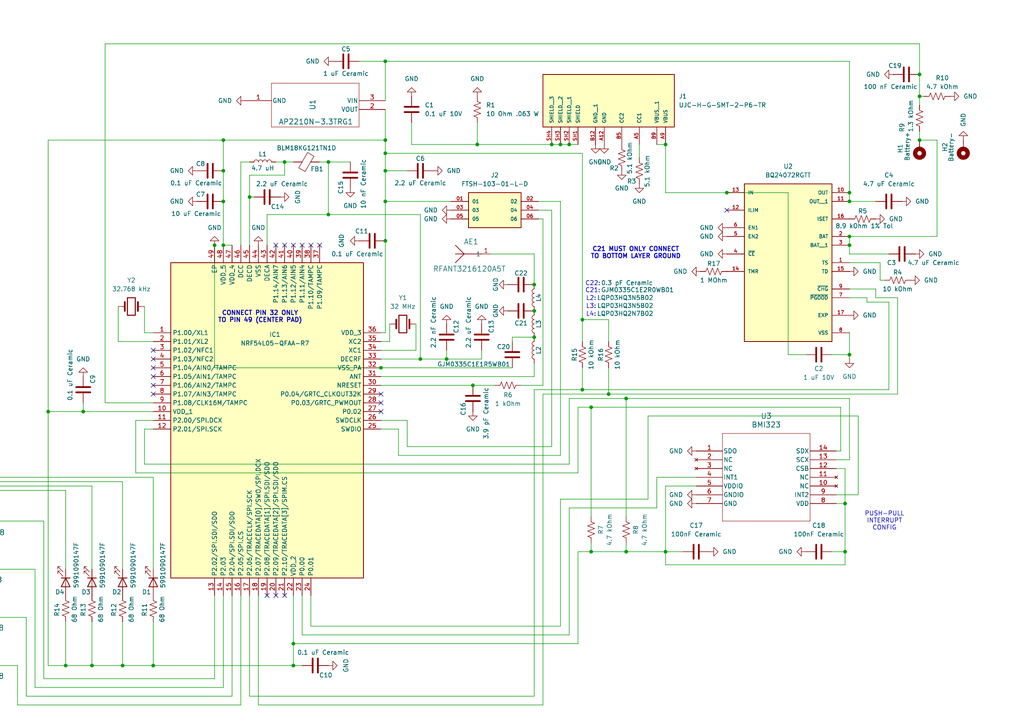
<source format=kicad_sch>
(kicad_sch (version 20250114) (generator "eeschema") (generator_version "9.0")
  (paper "A4")
  (text "C21:" (at 171.958 84.328 0) (effects (font (size 1.27 1.27))))
  (text "CONNECT PIN 32 ONLY\nTO PIN 49 (CENTER PAD)" (at 75.438 91.948 0) (effects (font (size 1.27 1.27) (thickness 0.254) (bold yes))))
  (text "L3:" (at 171.45 88.9 0) (effects (font (size 1.27 1.27))))
  (text "C21 MUST ONLY CONNECT\nTO BOTTOM LAYER GROUND" (at 184.404 73.406 0) (effects (font (size 1.27 1.27) (thickness 0.254) (bold yes))))
  (text "L4:" (at 171.45 91.186 0) (effects (font (size 1.27 1.27))))
  (text "C22:" (at 171.958 82.296 0) (effects (font (size 1.27 1.27))))
  (text "L2:" (at 171.45 86.614 0) (effects (font (size 1.27 1.27))))
  (text "PUSH-PULL\nINTERRUPT\nCONFIG" (at 256.54 151.13 0) (effects (font (size 1.27 1.27))))
  (junction (at 62.23 71.12))
  (junction (at 245.11 146.05))
  (junction (at 121.92 104.14))
  (junction (at 24.13 119.38))
  (junction (at 111.76 17.78))
  (junction (at 129.54 104.14))
  (junction (at 168.91 113.03))
  (junction (at 64.77 58.42))
  (junction (at 154.94 90.17))
  (junction (at 95.25 46.99))
  (junction (at 176.53 114.3))
  (junction (at 168.91 92.71))
  (junction (at 137.16 111.76))
  (junction (at 246.38 68.58))
  (junction (at 82.55 46.99))
  (junction (at 154.94 82.55))
  (junction (at 162.56 41.91))
  (junction (at 111.76 49.53))
  (junction (at 110.49 106.68))
  (junction (at 111.76 40.64))
  (junction (at 85.09 186.69))
  (junction (at 193.04 160.02))
  (junction (at 171.45 160.02))
  (junction (at 138.43 41.91))
  (junction (at 181.61 160.02))
  (junction (at 246.38 102.87))
  (junction (at 160.02 41.91))
  (junction (at 44.45 193.04))
  (junction (at 35.56 193.04))
  (junction (at 246.38 58.42))
  (junction (at 95.25 62.23))
  (junction (at 266.7 40.64))
  (junction (at 111.76 69.85))
  (junction (at 111.76 44.45))
  (junction (at 13.97 119.38))
  (junction (at 26.67 193.04))
  (junction (at 266.7 27.94))
  (junction (at 165.1 41.91))
  (junction (at 64.77 71.12))
  (junction (at 246.38 55.88))
  (junction (at 72.39 57.15))
  (junction (at 154.94 97.79))
  (junction (at 266.7 21.59))
  (junction (at 246.38 71.12))
  (junction (at 210.82 55.88))
  (junction (at 193.04 41.91))
  (junction (at 85.09 193.04))
  (junction (at 245.11 160.02))
  (junction (at 181.61 115.57))
  (junction (at 64.77 40.64))
  (junction (at 19.05 193.04))
  (junction (at 64.77 49.53))
  (junction (at 111.76 58.42))
  (junction (at 171.45 118.11))
  (no_connect (at 82.55 71.12))
  (no_connect (at 82.55 172.72))
  (no_connect (at 44.45 109.22))
  (no_connect (at 110.49 114.3))
  (no_connect (at 44.45 104.14))
  (no_connect (at 90.17 71.12))
  (no_connect (at 44.45 111.76))
  (no_connect (at 77.47 172.72))
  (no_connect (at 44.45 114.3))
  (no_connect (at 92.71 71.12))
  (no_connect (at 80.01 172.72))
  (no_connect (at 110.49 119.38))
  (no_connect (at 87.63 71.12))
  (no_connect (at 210.82 60.96))
  (no_connect (at 110.49 116.84))
  (no_connect (at 44.45 101.6))
  (no_connect (at 85.09 71.12))
  (no_connect (at 80.01 71.12))
  (no_connect (at 44.45 106.68))
  (wire (pts (xy 245.11 163.83) (xy 245.11 160.02)))
  (wire (pts (xy 10.16 199.39) (xy 64.77 199.39)))
  (wire (pts (xy 67.31 172.72) (xy 67.31 201.93)))
  (wire (pts (xy 111.76 58.42) (xy 111.76 69.85)))
  (wire (pts (xy 104.14 17.78) (xy 111.76 17.78)))
  (wire (pts (xy 246.38 55.88) (xy 246.38 58.42)))
  (wire (pts (xy 129.54 104.14) (xy 139.7 104.14)))
  (wire (pts (xy 137.16 111.76) (xy 143.51 111.76)))
  (wire (pts (xy 19.05 193.04) (xy 26.67 193.04)))
  (wire (pts (xy 167.64 137.16) (xy 39.37 137.16)))
  (wire (pts (xy 171.45 160.02) (xy 167.64 160.02)))
  (wire (pts (xy 87.63 184.15) (xy 87.63 172.72)))
  (wire (pts (xy 251.46 86.36) (xy 246.38 86.36)))
  (wire (pts (xy 165.1 134.62) (xy 165.1 115.57)))
  (wire (pts (xy 165.1 41.91) (xy 167.64 41.91)))
  (wire (pts (xy 74.93 204.47) (xy 74.93 172.72)))
  (wire (pts (xy 129.54 104.14) (xy 129.54 101.6)))
  (wire (pts (xy 26.67 180.34) (xy 26.67 193.04)))
  (wire (pts (xy 119.38 35.56) (xy 119.38 41.91)))
  (wire (pts (xy -52.07 139.7) (xy 35.56 139.7)))
  (wire (pts (xy 119.38 41.91) (xy 138.43 41.91)))
  (wire (pts (xy 111.76 58.42) (xy 130.81 58.42)))
  (wire (pts (xy 82.55 46.99) (xy 82.55 50.8)))
  (wire (pts (xy 266.7 21.59) (xy 266.7 12.7)))
  (wire (pts (xy 246.38 71.12) (xy 246.38 73.66)))
  (wire (pts (xy 157.48 111.76) (xy 157.48 63.5)))
  (wire (pts (xy 248.92 143.51) (xy 242.57 143.51)))
  (wire (pts (xy 67.31 201.93) (xy 7.62 201.93)))
  (wire (pts (xy 160.02 41.91) (xy 162.56 41.91)))
  (wire (pts (xy 246.38 133.35) (xy 242.57 133.35)))
  (wire (pts (xy -57.15 193.04) (xy -41.91 193.04)))
  (wire (pts (xy 255.27 81.28) (xy 256.54 81.28)))
  (wire (pts (xy 13.97 40.64) (xy 13.97 119.38)))
  (wire (pts (xy 64.77 40.64) (xy 111.76 40.64)))
  (wire (pts (xy 12.7 196.85) (xy 12.7 151.13)))
  (wire (pts (xy 44.45 116.84) (xy 30.48 116.84)))
  (wire (pts (xy 254 83.82) (xy 254 86.36)))
  (wire (pts (xy 120.65 101.6) (xy 120.65 93.98)))
  (wire (pts (xy 41.91 124.46) (xy 41.91 134.62)))
  (wire (pts (xy 10.16 165.1) (xy 10.16 199.39)))
  (wire (pts (xy 154.94 113.03) (xy 168.91 113.03)))
  (wire (pts (xy -49.53 138.43) (xy -49.53 151.13)))
  (wire (pts (xy 245.11 160.02) (xy 241.3 160.02)))
  (wire (pts (xy 190.5 138.43) (xy 190.5 147.32)))
  (wire (pts (xy 72.39 57.15) (xy 73.66 57.15)))
  (wire (pts (xy 39.37 137.16) (xy 39.37 121.92)))
  (wire (pts (xy 254 86.36) (xy 260.35 86.36)))
  (wire (pts (xy 62.23 172.72) (xy 62.23 196.85)))
  (wire (pts (xy 19.05 165.1) (xy 19.05 142.24)))
  (wire (pts (xy 121.92 104.14) (xy 129.54 104.14)))
  (wire (pts (xy -54.61 179.07) (xy -41.91 179.07)))
  (wire (pts (xy 41.91 134.62) (xy 165.1 134.62)))
  (wire (pts (xy 157.48 114.3) (xy 157.48 204.47)))
  (wire (pts (xy 138.43 41.91) (xy 138.43 35.56)))
  (wire (pts (xy 246.38 17.78) (xy 111.76 17.78)))
  (wire (pts (xy 13.97 119.38) (xy 24.13 119.38)))
  (wire (pts (xy 171.45 157.48) (xy 171.45 160.02)))
  (wire (pts (xy 245.11 135.89) (xy 242.57 135.89)))
  (wire (pts (xy 62.23 106.68) (xy 62.23 71.12)))
  (wire (pts (xy 111.76 40.64) (xy 111.76 44.45)))
  (wire (pts (xy 115.57 124.46) (xy 110.49 124.46)))
  (wire (pts (xy 168.91 113.03) (xy 257.81 113.03)))
  (wire (pts (xy 162.56 41.91) (xy 165.1 41.91)))
  (wire (pts (xy 246.38 115.57) (xy 246.38 133.35)))
  (wire (pts (xy 82.55 46.99) (xy 85.09 46.99)))
  (wire (pts (xy 77.47 62.23) (xy 95.25 62.23)))
  (wire (pts (xy 80.01 46.99) (xy 82.55 46.99)))
  (wire (pts (xy -41.91 165.1) (xy -52.07 165.1)))
  (wire (pts (xy 110.49 99.06) (xy 113.03 99.06)))
  (wire (pts (xy 110.49 106.68) (xy 148.59 106.68)))
  (wire (pts (xy 162.56 132.08) (xy 115.57 132.08)))
  (wire (pts (xy 248.92 120.65) (xy 248.92 143.51)))
  (wire (pts (xy 168.91 92.71) (xy 168.91 44.45)))
  (wire (pts (xy 156.21 58.42) (xy 162.56 58.42)))
  (wire (pts (xy 185.42 41.91) (xy 185.42 45.72)))
  (wire (pts (xy 246.38 73.66) (xy 257.81 73.66)))
  (wire (pts (xy 111.76 49.53) (xy 118.11 49.53)))
  (wire (pts (xy 35.56 193.04) (xy 44.45 193.04)))
  (wire (pts (xy 148.59 97.79) (xy 154.94 97.79)))
  (wire (pts (xy 190.5 147.32) (xy 165.1 147.32)))
  (wire (pts (xy 34.29 88.9) (xy 34.29 99.06)))
  (wire (pts (xy 257.81 87.63) (xy 251.46 87.63)))
  (wire (pts (xy 44.45 180.34) (xy 44.45 193.04)))
  (wire (pts (xy 24.13 119.38) (xy 44.45 119.38)))
  (wire (pts (xy 110.49 111.76) (xy 137.16 111.76)))
  (wire (pts (xy 154.94 109.22) (xy 154.94 105.41)))
  (wire (pts (xy 95.25 46.99) (xy 101.6 46.99)))
  (wire (pts (xy 62.23 196.85) (xy 12.7 196.85)))
  (wire (pts (xy 118.11 121.92) (xy 118.11 129.54)))
  (wire (pts (xy 121.92 62.23) (xy 121.92 104.14)))
  (wire (pts (xy 168.91 92.71) (xy 168.91 99.06)))
  (wire (pts (xy 210.82 55.88) (xy 193.04 55.88)))
  (wire (pts (xy 242.57 130.81) (xy 243.84 130.81)))
  (wire (pts (xy 242.57 146.05) (xy 245.11 146.05)))
  (wire (pts (xy 193.04 160.02) (xy 181.61 160.02)))
  (wire (pts (xy 243.84 130.81) (xy 243.84 118.11)))
  (wire (pts (xy -57.15 142.24) (xy -57.15 193.04)))
  (wire (pts (xy 201.93 138.43) (xy 190.5 138.43)))
  (wire (pts (xy 187.96 120.65) (xy 248.92 120.65)))
  (wire (pts (xy 181.61 115.57) (xy 246.38 115.57)))
  (wire (pts (xy 255.27 76.2) (xy 255.27 81.28)))
  (wire (pts (xy 193.04 55.88) (xy 193.04 41.91)))
  (wire (pts (xy 246.38 76.2) (xy 255.27 76.2)))
  (wire (pts (xy 246.38 83.82) (xy 254 83.82)))
  (wire (pts (xy -49.53 151.13) (xy -41.91 151.13)))
  (wire (pts (xy 228.6 55.88) (xy 210.82 55.88)))
  (wire (pts (xy 168.91 106.68) (xy 168.91 113.03)))
  (wire (pts (xy 260.35 86.36) (xy 260.35 114.3)))
  (wire (pts (xy 72.39 50.8) (xy 82.55 50.8)))
  (wire (pts (xy 74.93 204.47) (xy 157.48 204.47)))
  (wire (pts (xy 228.6 55.88) (xy 228.6 102.87)))
  (wire (pts (xy 201.93 140.97) (xy 193.04 140.97)))
  (wire (pts (xy 110.49 121.92) (xy 118.11 121.92)))
  (wire (pts (xy 90.17 172.72) (xy 90.17 181.61)))
  (wire (pts (xy 7.62 201.93) (xy 7.62 179.07)))
  (wire (pts (xy 26.67 165.1) (xy 26.67 140.97)))
  (wire (pts (xy 7.62 179.07) (xy -1.27 179.07)))
  (wire (pts (xy 111.76 49.53) (xy 111.76 58.42)))
  (wire (pts (xy 69.85 204.47) (xy 69.85 172.72)))
  (wire (pts (xy 160.02 129.54) (xy 160.02 60.96)))
  (wire (pts (xy 92.71 46.99) (xy 95.25 46.99)))
  (wire (pts (xy 266.7 12.7) (xy 30.48 12.7)))
  (wire (pts (xy 111.76 96.52) (xy 110.49 96.52)))
  (wire (pts (xy 115.57 132.08) (xy 115.57 124.46)))
  (wire (pts (xy 85.09 193.04) (xy 85.09 186.69)))
  (wire (pts (xy 34.29 99.06) (xy 44.45 99.06)))
  (wire (pts (xy 165.1 147.32) (xy 165.1 184.15)))
  (wire (pts (xy 87.63 193.04) (xy 85.09 193.04)))
  (wire (pts (xy 157.48 114.3) (xy 176.53 114.3)))
  (wire (pts (xy 111.76 17.78) (xy 111.76 29.21)))
  (wire (pts (xy -54.61 140.97) (xy -54.61 179.07)))
  (wire (pts (xy 167.64 186.69) (xy 85.09 186.69)))
  (wire (pts (xy 26.67 140.97) (xy -54.61 140.97)))
  (wire (pts (xy 168.91 92.71) (xy 176.53 92.71)))
  (wire (pts (xy 266.7 38.1) (xy 266.7 40.64)))
  (wire (pts (xy 111.76 69.85) (xy 111.76 96.52)))
  (wire (pts (xy 95.25 46.99) (xy 95.25 62.23)))
  (wire (pts (xy 176.53 114.3) (xy 260.35 114.3)))
  (wire (pts (xy 95.25 62.23) (xy 121.92 62.23)))
  (wire (pts (xy 118.11 129.54) (xy 160.02 129.54)))
  (wire (pts (xy 35.56 139.7) (xy 35.56 165.1)))
  (wire (pts (xy 162.56 181.61) (xy 162.56 144.78)))
  (wire (pts (xy 44.45 165.1) (xy 44.45 138.43)))
  (wire (pts (xy 26.67 193.04) (xy 35.56 193.04)))
  (wire (pts (xy 266.7 27.94) (xy 267.97 27.94)))
  (wire (pts (xy 165.1 184.15) (xy 87.63 184.15)))
  (wire (pts (xy 162.56 58.42) (xy 162.56 132.08)))
  (wire (pts (xy 228.6 102.87) (xy 233.68 102.87)))
  (wire (pts (xy 243.84 118.11) (xy 171.45 118.11)))
  (wire (pts (xy 44.45 124.46) (xy 41.91 124.46)))
  (wire (pts (xy 181.61 115.57) (xy 181.61 149.86)))
  (wire (pts (xy 69.85 46.99) (xy 69.85 71.12)))
  (wire (pts (xy 246.38 58.42) (xy 254 58.42)))
  (wire (pts (xy 266.7 40.64) (xy 271.78 40.64)))
  (wire (pts (xy 246.38 96.52) (xy 246.38 102.87)))
  (wire (pts (xy 251.46 87.63) (xy 251.46 86.36)))
  (wire (pts (xy 176.53 106.68) (xy 176.53 114.3)))
  (wire (pts (xy 246.38 68.58) (xy 271.78 68.58)))
  (wire (pts (xy 139.7 104.14) (xy 139.7 101.6)))
  (wire (pts (xy 181.61 160.02) (xy 171.45 160.02)))
  (wire (pts (xy 44.45 96.52) (xy 41.91 96.52)))
  (wire (pts (xy 85.09 186.69) (xy 85.09 172.72)))
  (wire (pts (xy 168.91 44.45) (xy 111.76 44.45)))
  (wire (pts (xy 64.77 40.64) (xy 13.97 40.64)))
  (wire (pts (xy 266.7 27.94) (xy 266.7 30.48)))
  (wire (pts (xy -1.27 193.04) (xy 5.08 193.04)))
  (wire (pts (xy 148.59 99.06) (xy 148.59 97.79)))
  (wire (pts (xy 171.45 118.11) (xy 171.45 149.86)))
  (wire (pts (xy 5.08 204.47) (xy 69.85 204.47)))
  (wire (pts (xy 187.96 144.78) (xy 187.96 120.65)))
  (wire (pts (xy 193.04 140.97) (xy 193.04 160.02)))
  (wire (pts (xy 72.39 172.72) (xy 72.39 201.93)))
  (wire (pts (xy 110.49 109.22) (xy 154.94 109.22)))
  (wire (pts (xy 111.76 44.45) (xy 111.76 49.53)))
  (wire (pts (xy 167.64 160.02) (xy 167.64 186.69)))
  (wire (pts (xy 171.45 118.11) (xy 167.64 118.11)))
  (wire (pts (xy 64.77 58.42) (xy 64.77 71.12)))
  (wire (pts (xy 5.08 193.04) (xy 5.08 204.47)))
  (wire (pts (xy 246.38 55.88) (xy 246.38 17.78)))
  (wire (pts (xy 111.76 31.75) (xy 111.76 40.64)))
  (wire (pts (xy 151.13 111.76) (xy 157.48 111.76)))
  (wire (pts (xy 64.77 58.42) (xy 64.77 49.53)))
  (wire (pts (xy 19.05 142.24) (xy -57.15 142.24)))
  (wire (pts (xy 193.04 160.02) (xy 198.12 160.02)))
  (wire (pts (xy 142.24 73.66) (xy 154.94 73.66)))
  (wire (pts (xy 167.64 118.11) (xy 167.64 137.16)))
  (wire (pts (xy 110.49 101.6) (xy 120.65 101.6)))
  (wire (pts (xy 193.04 163.83) (xy 245.11 163.83)))
  (wire (pts (xy 154.94 73.66) (xy 154.94 82.55)))
  (wire (pts (xy 154.94 201.93) (xy 154.94 113.03)))
  (wire (pts (xy 246.38 102.87) (xy 241.3 102.87)))
  (wire (pts (xy 13.97 193.04) (xy 19.05 193.04)))
  (wire (pts (xy 193.04 160.02) (xy 193.04 163.83)))
  (wire (pts (xy 246.38 68.58) (xy 246.38 71.12)))
  (wire (pts (xy 64.77 71.12) (xy 67.31 71.12)))
  (wire (pts (xy 39.37 121.92) (xy 44.45 121.92)))
  (wire (pts (xy 181.61 157.48) (xy 181.61 160.02)))
  (wire (pts (xy -52.07 165.1) (xy -52.07 139.7)))
  (wire (pts (xy 138.43 41.91) (xy 160.02 41.91)))
  (wire (pts (xy 44.45 193.04) (xy 85.09 193.04)))
  (wire (pts (xy 64.77 40.64) (xy 64.77 49.53)))
  (wire (pts (xy 113.03 99.06) (xy 113.03 93.98)))
  (wire (pts (xy 266.7 21.59) (xy 266.7 27.94)))
  (wire (pts (xy 12.7 151.13) (xy -1.27 151.13)))
  (wire (pts (xy 41.91 96.52) (xy 41.91 88.9)))
  (wire (pts (xy 72.39 57.15) (xy 72.39 50.8)))
  (wire (pts (xy 271.78 68.58) (xy 271.78 40.64)))
  (wire (pts (xy 24.13 116.84) (xy 24.13 119.38)))
  (wire (pts (xy 257.81 113.03) (xy 257.81 87.63)))
  (wire (pts (xy 44.45 138.43) (xy -49.53 138.43)))
  (wire (pts (xy 245.11 146.05) (xy 245.11 160.02)))
  (wire (pts (xy 30.48 12.7) (xy 30.48 116.84)))
  (wire (pts (xy 156.21 63.5) (xy 157.48 63.5)))
  (wire (pts (xy 110.49 106.68) (xy 62.23 106.68)))
  (wire (pts (xy 162.56 144.78) (xy 187.96 144.78)))
  (wire (pts (xy -1.27 165.1) (xy 10.16 165.1)))
  (wire (pts (xy 165.1 115.57) (xy 181.61 115.57)))
  (wire (pts (xy 90.17 181.61) (xy 162.56 181.61)))
  (wire (pts (xy 176.53 92.71) (xy 176.53 99.06)))
  (wire (pts (xy 72.39 57.15) (xy 72.39 71.12)))
  (wire (pts (xy 77.47 62.23) (xy 77.47 71.12)))
  (wire (pts (xy 72.39 201.93) (xy 154.94 201.93)))
  (wire (pts (xy 64.77 172.72) (xy 64.77 199.39)))
  (wire (pts (xy 156.21 60.96) (xy 160.02 60.96)))
  (wire (pts (xy 245.11 146.05) (xy 245.11 135.89)))
  (wire (pts (xy 246.38 104.14) (xy 246.38 102.87)))
  (wire (pts (xy 13.97 119.38) (xy 13.97 193.04)))
  (wire (pts (xy 35.56 180.34) (xy 35.56 193.04)))
  (wire (pts (xy 72.39 46.99) (xy 69.85 46.99)))
  (wire (pts (xy 190.5 41.91) (xy 193.04 41.91)))
  (wire (pts (xy 19.05 180.34) (xy 19.05 193.04)))
  (wire (pts (xy 110.49 104.14) (xy 121.92 104.14)))
  (symbol (lib_id "Device:Crystal") (at 38.1 88.9 0) (unit 1)
    (property "Reference" "Y2" (at 38.1 81.28 0))
    (property "Value" "32.768 kHz" (at 38.1 83.82 0))
    (property "Footprint" "footprints:Q 0,032768-JTX210-7-20-T1-HMR-70K-LF" (effects (hide yes)))
    (property "Description" "Two pin crystal" (effects (hide yes)))
  )
  (symbol (lib_id "Device:C") (at 119.38 31.75 0) (unit 1)
    (property "Reference" "C1" (at 123.19 30.4799 0) (effects (justify left)))
    (property "Value" "0.1 uF 10V" (at 123.19 33.0199 0) (effects (justify left)))
    (property "Footprint" "Capacitor_SMD:C_0603_1608Metric" (effects (hide yes)))
    (property "Description" "Unpolarized capacitor" (effects (hide yes)))
  )
  (symbol (lib_id "Device:C") (at 237.49 102.87 90) (unit 1)
    (property "Reference" "C2" (at 237.49 106.934 90))
    (property "Value" "1 uF 10V" (at 237.49 109.474 90))
    (property "Footprint" "Capacitor_SMD:C_0603_1608Metric" (effects (hide yes)))
    (property "Description" "Unpolarized capacitor" (effects (hide yes)))
  )
  (symbol (lib_id "power:GND") (at 180.34 49.53 0) (unit 1)
    (property "Reference" "#PWR06" (effects (hide yes)))
    (property "Value" "GND" (at 180.34 54.61 0))
    (property "Description" "Power symbol creates a global label with name \"GND\" , ground" (effects (hide yes)))
  )
  (symbol (lib_id "Device:C") (at 77.47 57.15 270) (unit 1)
    (property "Reference" "C14" (at 80.518 59.944 90))
    (property "Value" "2.2 uF Ceramic" (at 81.788 53.34 90))
    (property "Footprint" "Capacitor_SMD:C_0603_1608Metric" (effects (hide yes)))
    (property "Description" "Unpolarized capacitor" (effects (hide yes)))
  )
  (symbol (lib_id "power:GND") (at 81.28 57.15 90) (unit 1)
    (property "Reference" "#PWR030" (effects (hide yes)))
    (property "Value" "GND" (at 86.36 57.15 0))
    (property "Description" "Power symbol creates a global label with name \"GND\" , ground" (effects (hide yes)))
  )
  (symbol (lib_id "Device:R_US") (at 19.05 176.53 0) (unit 1)
    (property "Reference" "R14" (at 16.51 178.816 90) (effects (justify left)))
    (property "Value" "68 Ohm" (at 21.59 180.594 90) (effects (justify left)))
    (property "Footprint" "Resistor_SMD:R_0603_1608Metric" (effects (hide yes)))
    (property "Description" "Resistor, US symbol" (effects (hide yes)))
  )
  (symbol (lib_id "power:GND") (at 57.15 58.42 270) (unit 1)
    (property "Reference" "#PWR024" (effects (hide yes)))
    (property "Value" "GND" (at 53.34 58.4199 90) (effects (justify right)))
    (property "Description" "Power symbol creates a global label with name \"GND\" , ground" (effects (hide yes)))
  )
  (symbol (lib_id "power:GND") (at 275.59 27.94 90) (unit 1)
    (property "Reference" "#PWR040" (effects (hide yes)))
    (property "Value" "GND" (at 279.4 27.9399 90) (effects (justify right)))
    (property "Description" "Power symbol creates a global label with name \"GND\" , ground" (effects (hide yes)))
  )
  (symbol (lib_id "Device:LED") (at 35.56 168.91 270) (unit 1)
    (property "Reference" "D2" (at 32.512 171.704 90) (effects (justify left)))
    (property "Value" "5991090147F" (at 38.608 157.226 0) (effects (justify left)))
    (property "Footprint" "LED_SMD:LED_0603_1608Metric" (effects (hide yes)))
    (property "Description" "Light emitting diode" (effects (hide yes)))
    (property "Sim.Pins" "1=K 2=A" (effects (hide yes)))
  )
  (symbol (lib_id "power:GND") (at 210.82 73.66 270) (unit 1)
    (property "Reference" "#PWR09" (effects (hide yes)))
    (property "Value" "GND" (at 207.01 73.6599 90) (effects (justify right)))
    (property "Description" "Power symbol creates a global label with name \"GND\" , ground" (effects (hide yes)))
  )
  (symbol (lib_id "Device:R_US") (at 26.67 176.53 0) (unit 1)
    (property "Reference" "R13" (at 24.13 178.816 90) (effects (justify left)))
    (property "Value" "68 Ohm" (at 29.21 180.594 90) (effects (justify left)))
    (property "Footprint" "Resistor_SMD:R_0603_1608Metric" (effects (hide yes)))
    (property "Description" "Resistor, US symbol" (effects (hide yes)))
  )
  (symbol (lib_id "Device:LED") (at 26.67 168.91 270) (unit 1)
    (property "Reference" "D3" (at 23.622 171.704 90) (effects (justify left)))
    (property "Value" "5991090147F" (at 29.718 157.226 0) (effects (justify left)))
    (property "Footprint" "LED_SMD:LED_0603_1608Metric" (effects (hide yes)))
    (property "Description" "Light emitting diode" (effects (hide yes)))
    (property "Sim.Pins" "1=K 2=A" (effects (hide yes)))
  )
  (symbol (lib_id "power:GND") (at 130.81 63.5 270) (unit 1)
    (property "Reference" "#PWR034" (effects (hide yes)))
    (property "Value" "GND" (at 127 63.4999 90) (effects (justify right)))
    (property "Description" "Power symbol creates a global label with name \"GND\" , ground" (effects (hide yes)))
  )
  (symbol (lib_id "Device:C") (at 101.6 50.8 180) (unit 1)
    (property "Reference" "C15" (at 98.806 54.356 90))
    (property "Value" "10 nF Ceramic" (at 105.41 53.34 90))
    (property "Footprint" "Capacitor_SMD:C_0603_1608Metric" (effects (hide yes)))
    (property "Description" "Unpolarized capacitor" (effects (hide yes)))
  )
  (symbol (lib_id "Device:C") (at 24.13 113.03 0) (unit 1)
    (property "Reference" "C9" (at 26.924 109.982 90))
    (property "Value" "0.1 uF Ceramic" (at 20.32 108.712 90))
    (property "Footprint" "Capacitor_SMD:C_0603_1608Metric" (effects (hide yes)))
    (property "Description" "Unpolarized capacitor" (effects (hide yes)))
  )
  (symbol (lib_id "BQ24072RGTT:BQ24072RGTT") (at 228.6 73.66 0) (unit 1)
    (property "Reference" "U2" (at 228.6 48.26 0))
    (property "Value" "BQ24072RGTT" (at 228.6 50.8 0))
    (property "Footprint" "footprints:BQ24072RGTT" (effects (hide yes)))
    (property "PARTREV" "N" (effects (hide yes)))
    (property "STANDARD" "Manufacturer Recommendations" (effects (hide yes)))
    (property "MAXIMUM_PACKAGE_HEIGHT" "1 mm" (effects (hide yes)))
    (property "MANUFACTURER" "Texas Instruments" (effects (hide yes)))
  )
  (symbol (lib_id "Device:R_US") (at 180.34 45.72 0) (unit 1)
    (property "Reference" "R2" (at 176.784 48.768 0) (effects (justify left)))
    (property "Value" "5.1 kOhm" (at 182.626 50.546 90) (effects (justify left)))
    (property "Footprint" "Resistor_SMD:R_0603_1608Metric" (effects (hide yes)))
    (property "Description" "Resistor, US symbol" (effects (hide yes)))
  )
  (symbol (lib_id "BSS138:BSS138") (at -1.27 151.13 180) (unit 1)
    (property "Reference" "U4" (at -4.064 146.304 0) (effects (font (size 1.524 1.524))))
    (property "Value" "BSS138" (at -3.048 154.432 0) (effects (font (size 1.524 1.524))))
    (property "Footprint" "footprints:BSS138" (effects (hide yes)))
    (property "Datasheet" "BSS138" (effects (hide yes)))
  )
  (symbol (lib_id "Device:C") (at 257.81 58.42 90) (unit 1)
    (property "Reference" "C4" (at 257.81 50.8 90))
    (property "Value" "4.7 uF Ceramic" (at 257.81 53.34 90))
    (property "Footprint" "Capacitor_SMD:C_0603_1608Metric" (effects (hide yes)))
    (property "Description" "Unpolarized capacitor" (effects (hide yes)))
  )
  (symbol (lib_id "power:GND") (at 125.73 49.53 90) (unit 1)
    (property "Reference" "#PWR019" (effects (hide yes)))
    (property "Value" "GND" (at 129.54 49.5299 90) (effects (justify right)))
    (property "Description" "Power symbol creates a global label with name \"GND\" , ground" (effects (hide yes)))
  )
  (symbol (lib_id "Device:R_US") (at 44.45 176.53 0) (unit 1)
    (property "Reference" "R11" (at 41.91 178.816 90) (effects (justify left)))
    (property "Value" "68 Ohm" (at 46.99 180.594 90) (effects (justify left)))
    (property "Footprint" "Resistor_SMD:R_0603_1608Metric" (effects (hide yes)))
    (property "Description" "Resistor, US symbol" (effects (hide yes)))
  )
  (symbol (lib_id "power:GND") (at -41.91 176.53 270) (unit 1)
    (property "Reference" "#PWR042" (effects (hide yes)))
    (property "Value" "GND" (at -44.45 176.5299 90) (effects (justify right)))
    (property "Description" "Power symbol creates a global label with name \"GND\" , ground" (effects (hide yes)))
  )
  (symbol (lib_id "Device:R_US") (at 260.35 81.28 90) (unit 1)
    (property "Reference" "R4" (at 260.35 78.994 90))
    (property "Value" "10 kOhm" (at 260.35 83.82 90))
    (property "Footprint" "Resistor_SMD:R_0603_1608Metric" (effects (hide yes)))
    (property "Description" "Resistor, US symbol" (effects (hide yes)))
  )
  (symbol (lib_id "Device:C") (at 261.62 73.66 90) (unit 1)
    (property "Reference" "C3" (at 258.572 76.2 90))
    (property "Value" "4.7 uF Ceramic" (at 270.764 76.2 90))
    (property "Footprint" "Capacitor_SMD:C_0603_1608Metric" (effects (hide yes)))
    (property "Description" "Unpolarized capacitor" (effects (hide yes)))
  )
  (symbol (lib_id "power:GND") (at 96.52 17.78 270) (unit 1)
    (property "Reference" "#PWR018" (effects (hide yes)))
    (property "Value" "GND" (at 92.71 17.7799 90) (effects (justify right)))
    (property "Description" "Power symbol creates a global label with name \"GND\" , ground" (effects (hide yes)))
  )
  (symbol (lib_id "Device:C") (at 121.92 49.53 90) (unit 1)
    (property "Reference" "C6" (at 121.92 45.974 90))
    (property "Value" "2.2 uF Ceramic" (at 121.92 53.086 90))
    (property "Footprint" "Capacitor_SMD:C_0603_1608Metric" (effects (hide yes)))
    (property "Description" "Unpolarized capacitor" (effects (hide yes)))
  )
  (symbol (lib_id "power:GND") (at 246.38 78.74 90) (unit 1)
    (property "Reference" "#PWR016" (effects (hide yes)))
    (property "Value" "GND" (at 250.19 78.7399 90) (effects (justify right)))
    (property "Description" "Power symbol creates a global label with name \"GND\" , ground" (effects (hide yes)))
  )
  (symbol (lib_id "Device:R_US") (at 176.53 102.87 180) (unit 1)
    (property "Reference" "R16" (at 174.244 102.87 90))
    (property "Value" "10 kOhm" (at 179.07 102.87 90))
    (property "Footprint" "Resistor_SMD:R_0603_1608Metric" (effects (hide yes)))
    (property "Description" "Resistor, US symbol" (effects (hide yes)))
  )
  (symbol (lib_id "Device:R_US") (at 185.42 49.53 0) (unit 1)
    (property "Reference" "R3" (at 181.864 52.578 0) (effects (justify left)))
    (property "Value" "5.1 kOhm" (at 187.706 54.356 90) (effects (justify left)))
    (property "Footprint" "Resistor_SMD:R_0603_1608Metric" (effects (hide yes)))
    (property "Description" "Resistor, US symbol" (effects (hide yes)))
  )
  (symbol (lib_id "power:GND") (at 261.62 58.42 90) (unit 1)
    (property "Reference" "#PWR013" (effects (hide yes)))
    (property "Value" "GND" (at 265.43 58.4199 90) (effects (justify right)))
    (property "Description" "Power symbol creates a global label with name \"GND\" , ground" (effects (hide yes)))
  )
  (symbol (lib_id "power:GND") (at 264.16 81.28 90) (unit 1)
    (property "Reference" "#PWR015" (effects (hide yes)))
    (property "Value" "GND" (at 267.97 81.2799 90) (effects (justify right)))
    (property "Description" "Power symbol creates a global label with name \"GND\" , ground" (effects (hide yes)))
  )
  (symbol (lib_id "Device:C") (at 262.89 21.59 90) (unit 1)
    (property "Reference" "C19" (at 259.588 19.05 90))
    (property "Value" "100 nF Ceramic" (at 258.318 25.146 90))
    (property "Footprint" "Capacitor_SMD:C_0603_1608Metric" (effects (hide yes)))
    (property "Description" "Unpolarized capacitor" (effects (hide yes)))
  )
  (symbol (lib_id "Mechanical:MountingHole_Pad") (at 266.7 43.18 180) (unit 1) (in_bom no)
    (property "Reference" "H1" (at 261.112 44.45 90) (effects (justify right)))
    (property "Value" "Battery+" (at 263.144 46.736 90) (effects (justify right)))
    (property "Footprint" "Connector_PinHeader_1.27mm:PinHeader_1x01_P1.27mm_Vertical" (effects (hide yes)))
    (property "Description" "Mounting Hole with connection" (effects (hide yes)))
  )
  (symbol (lib_id "power:GND") (at -41.91 190.5 270) (unit 1)
    (property "Reference" "#PWR045" (effects (hide yes)))
    (property "Value" "GND" (at -44.45 190.4999 90) (effects (justify right)))
    (property "Description" "Power symbol creates a global label with name \"GND\" , ground" (effects (hide yes)))
  )
  (symbol (lib_id "BSS138:BSS138") (at -1.27 179.07 180) (unit 1)
    (property "Reference" "U6" (at -4.318 175.006 0) (effects (font (size 1.524 1.524))))
    (property "Value" "BSS138" (at -3.302 182.118 0) (effects (font (size 1.524 1.524))))
    (property "Footprint" "footprints:BSS138" (effects (hide yes)))
    (property "Datasheet" "BSS138" (effects (hide yes)))
  )
  (symbol (lib_id "Device:L") (at 154.94 93.98 180) (unit 1)
    (property "Reference" "L3" (at 156.21 93.98 90))
    (property "Value" "LQP03HQ3N5B02" (at 181.356 88.646 0))
    (property "Footprint" "footprints:LQP03HQ3N5B02D" (effects (hide yes)))
    (property "Description" "Inductor" (effects (hide yes)))
  )
  (symbol (lib_id "power:GND") (at -41.91 148.59 270) (unit 1)
    (property "Reference" "#PWR044" (effects (hide yes)))
    (property "Value" "GND" (at -44.45 148.5899 90) (effects (justify right)))
    (property "Description" "Power symbol creates a global label with name \"GND\" , ground" (effects (hide yes)))
  )
  (symbol (lib_id "power:GND") (at 57.15 49.53 270) (unit 1)
    (property "Reference" "#PWR023" (effects (hide yes)))
    (property "Value" "GND" (at 53.34 49.5299 90) (effects (justify right)))
    (property "Description" "Power symbol creates a global label with name \"GND\" , ground" (effects (hide yes)))
  )
  (symbol (lib_id "Device:R_US") (at 168.91 102.87 180) (unit 1)
    (property "Reference" "R15" (at 166.624 102.87 90))
    (property "Value" "10 kOhm" (at 171.45 102.87 90))
    (property "Footprint" "Resistor_SMD:R_0603_1608Metric" (effects (hide yes)))
    (property "Description" "Resistor, US symbol" (effects (hide yes)))
  )
  (symbol (lib_id "BMI323:BMI323") (at 201.93 130.81 0) (unit 1)
    (property "Reference" "U3" (at 222.25 120.65 0) (effects (font (size 1.524 1.524))))
    (property "Value" "BMI323" (at 222.25 123.19 0) (effects (font (size 1.524 1.524))))
    (property "Footprint" "footprints:BMI323" (effects (hide yes)))
    (property "Datasheet" "BMI323" (effects (hide yes)))
  )
  (symbol (lib_id "power:GND") (at 210.82 66.04 270) (unit 1)
    (property "Reference" "#PWR010" (effects (hide yes)))
    (property "Value" "GND" (at 207.01 66.0399 90) (effects (justify right)))
    (property "Description" "Power symbol creates a global label with name \"GND\" , ground" (effects (hide yes)))
  )
  (symbol (lib_id "Device:R_US") (at 271.78 27.94 90) (unit 1)
    (property "Reference" "R10" (at 273.304 22.606 90))
    (property "Value" "4.7 kOhm" (at 273.304 25.146 90))
    (property "Footprint" "Resistor_SMD:R_0603_1608Metric" (effects (hide yes)))
    (property "Description" "Resistor, US symbol" (effects (hide yes)))
  )
  (symbol (lib_id "Device:FerriteBead") (at 88.9 46.99 90) (unit 1)
    (property "Reference" "FB1" (at 91.948 49.022 90))
    (property "Value" "BLM18KG121TN1D" (at 88.9 42.926 90))
    (property "Footprint" "footprints:BLM18KG121TN1D" (effects (hide yes)))
    (property "Description" "Ferrite bead" (effects (hide yes)))
  )
  (symbol (lib_id "power:GND") (at 246.38 104.14 0) (unit 1)
    (property "Reference" "#PWR011" (effects (hide yes)))
    (property "Value" "GND" (at 246.38 109.22 0))
    (property "Description" "Power symbol creates a global label with name \"GND\" , ground" (effects (hide yes)))
  )
  (symbol (lib_id "Device:R_US") (at 147.32 111.76 90) (unit 1)
    (property "Reference" "R6" (at 147.32 114.554 90))
    (property "Value" "1 kOhm" (at 147.32 117.094 90))
    (property "Footprint" "Resistor_SMD:R_0603_1608Metric" (effects (hide yes)))
    (property "Description" "Resistor, US symbol" (effects (hide yes)))
  )
  (symbol (lib_id "Device:C") (at 129.54 97.79 0) (unit 1)
    (property "Reference" "C12" (at 132.334 94.742 90))
    (property "Value" "2.2 nF Ceramic" (at 125.73 93.472 90))
    (property "Footprint" "Capacitor_SMD:C_0603_1608Metric" (effects (hide yes)))
    (property "Description" "Unpolarized capacitor" (effects (hide yes)))
  )
  (symbol (lib_id "Device:C") (at 60.96 58.42 90) (unit 1)
    (property "Reference" "C7" (at 58.166 56.388 90))
    (property "Value" "10 uF Ceramic" (at 56.896 61.976 90))
    (property "Footprint" "Capacitor_SMD:C_0603_1608Metric" (effects (hide yes)))
    (property "Description" "Unpolarized capacitor" (effects (hide yes)))
  )
  (symbol (lib_id "BSS138:BSS138") (at -1.27 193.04 180) (unit 1)
    (property "Reference" "U7" (at -4.318 188.976 0) (effects (font (size 1.524 1.524))))
    (property "Value" "BSS138" (at -3.302 196.088 0) (effects (font (size 1.524 1.524))))
    (property "Footprint" "footprints:BSS138" (effects (hide yes)))
    (property "Datasheet" "BSS138" (effects (hide yes)))
  )
  (symbol (lib_id "power:GND") (at 74.93 71.12 180) (unit 1)
    (property "Reference" "#PWR021" (effects (hide yes)))
    (property "Value" "GND" (at 74.93 66.04 0))
    (property "Description" "Power symbol creates a global label with name \"GND\" , ground" (effects (hide yes)))
  )
  (symbol (lib_id "power:GND") (at 62.23 71.12 180) (unit 1)
    (property "Reference" "#PWR022" (effects (hide yes)))
    (property "Value" "GND" (at 62.23 66.04 0))
    (property "Description" "Power symbol creates a global label with name \"GND\" , ground" (effects (hide yes)))
  )
  (symbol (lib_id "power:GND") (at 101.6 54.61 0) (unit 1)
    (property "Reference" "#PWR031" (effects (hide yes)))
    (property "Value" "GND" (at 101.6 59.69 0))
    (property "Description" "Power symbol creates a global label with name \"GND\" , ground" (effects (hide yes)))
  )
  (symbol (lib_id "power:GND") (at 201.93 146.05 270) (unit 1)
    (property "Reference" "#PWR035" (effects (hide yes)))
    (property "Value" "GND" (at 198.12 146.0499 90) (effects (justify right)))
    (property "Description" "Power symbol creates a global label with name \"GND\" , ground" (effects (hide yes)))
  )
  (symbol (lib_id "Device:R_US") (at 138.43 31.75 0) (unit 1)
    (property "Reference" "R1" (at 140.97 30.4799 0) (effects (justify left)))
    (property "Value" "10 Ohm .063 W" (at 140.97 33.0199 0) (effects (justify left)))
    (property "Footprint" "Resistor_SMD:R_0603_1608Metric" (effects (hide yes)))
    (property "Description" "Resistor, US symbol" (effects (hide yes)))
  )
  (symbol (lib_id "Device:C") (at 201.93 160.02 90) (unit 1)
    (property "Reference" "C17" (at 201.93 152.4 90))
    (property "Value" "100nF Ceramic" (at 201.93 154.94 90))
    (property "Footprint" "Capacitor_SMD:C_0603_1608Metric" (effects (hide yes)))
    (property "Description" "Unpolarized capacitor" (effects (hide yes)))
  )
  (symbol (lib_id "power:GND") (at 254 63.5 90) (unit 1)
    (property "Reference" "#PWR020" (effects (hide yes)))
    (property "Value" "GND" (at 257.81 63.4999 90) (effects (justify right)))
    (property "Description" "Power symbol creates a global label with name \"GND\" , ground" (effects (hide yes)))
  )
  (symbol (lib_id "BSS138:BSS138") (at -1.27 165.1 180) (unit 1)
    (property "Reference" "U5" (at -4.318 161.29 0) (effects (font (size 1.524 1.524))))
    (property "Value" "BSS138" (at -3.81 168.148 0) (effects (font (size 1.524 1.524))))
    (property "Footprint" "footprints:BSS138" (effects (hide yes)))
    (property "Datasheet" "BSS138" (effects (hide yes)))
  )
  (symbol (lib_id "power:GND") (at 130.81 60.96 270) (unit 1)
    (property "Reference" "#PWR033" (effects (hide yes)))
    (property "Value" "GND" (at 127 60.9599 90) (effects (justify right)))
    (property "Description" "Power symbol creates a global label with name \"GND\" , ground" (effects (hide yes)))
  )
  (symbol (lib_id "Device:R_US") (at 207.01 78.74 90) (unit 1)
    (property "Reference" "R17" (at 207.01 76.454 90))
    (property "Value" "1 MOhm" (at 207.01 81.28 90))
    (property "Footprint" "Resistor_SMD:R_0603_1608Metric" (effects (hide yes)))
    (property "Description" "Resistor, US symbol" (effects (hide yes)))
  )
  (symbol (lib_id "Device:C") (at 60.96 49.53 90) (unit 1)
    (property "Reference" "C8" (at 58.166 47.498 90))
    (property "Value" "0.1 uF Ceramic" (at 56.896 53.086 90))
    (property "Footprint" "Capacitor_SMD:C_0603_1608Metric" (effects (hide yes)))
    (property "Description" "Unpolarized capacitor" (effects (hide yes)))
  )
  (symbol (lib_id "power:GND") (at 104.14 69.85 270) (unit 1)
    (property "Reference" "#PWR027" (effects (hide yes)))
    (property "Value" "GND" (at 99.06 69.85 0))
    (property "Description" "Power symbol creates a global label with name \"GND\" , ground" (effects (hide yes)))
  )
  (symbol (lib_id "Device:C") (at 91.44 193.04 270) (unit 1)
    (property "Reference" "C10" (at 94.488 195.834 90))
    (property "Value" "0.1 uF Ceramic" (at 93.726 189.23 90))
    (property "Footprint" "Capacitor_SMD:C_0603_1608Metric" (effects (hide yes)))
    (property "Description" "Unpolarized capacitor" (effects (hide yes)))
  )
  (symbol (lib_id "Device:C") (at 151.13 90.17 270) (unit 1)
    (property "Reference" "C21" (at 151.13 93.726 90))
    (property "Value" "GJM0335C1E2R0WB01" (at 184.912 84.074 90))
    (property "Footprint" "Capacitor_SMD:C_0201_0603Metric" (effects (hide yes)))
    (property "Description" "Unpolarized capacitor" (effects (hide yes)))
  )
  (symbol (lib_id "power:GND") (at 137.16 119.38 0) (unit 1)
    (property "Reference" "#PWR032" (effects (hide yes)))
    (property "Value" "GND" (at 137.16 124.46 0))
    (property "Description" "Power symbol creates a global label with name \"GND\" , ground" (effects (hide yes)))
  )
  (symbol (lib_id "Device:R_US") (at 250.19 63.5 90) (unit 1)
    (property "Reference" "R5" (at 250.19 61.214 90))
    (property "Value" "8.9 kOhm 1% Tol" (at 250.698 65.532 90))
    (property "Footprint" "Resistor_SMD:R_0603_1608Metric" (effects (hide yes)))
    (property "Description" "Resistor, US symbol" (effects (hide yes)))
  )
  (symbol (lib_id "power:GND") (at 259.08 21.59 270) (unit 1)
    (property "Reference" "#PWR041" (effects (hide yes)))
    (property "Value" "GND" (at 255.27 21.5899 90) (effects (justify right)))
    (property "Description" "Power symbol creates a global label with name \"GND\" , ground" (effects (hide yes)))
  )
  (symbol (lib_id "power:GND") (at -41.91 162.56 270) (unit 1)
    (property "Reference" "#PWR043" (effects (hide yes)))
    (property "Value" "GND" (at -44.45 162.5599 90) (effects (justify right)))
    (property "Description" "Power symbol creates a global label with name \"GND\" , ground" (effects (hide yes)))
  )
  (symbol (lib_id "Device:C") (at 151.13 82.55 90) (unit 1)
    (property "Reference" "C22" (at 151.13 79.248 90))
    (property "Value" "0.3 pF Ceramic" (at 181.864 82.042 90))
    (property "Footprint" "Capacitor_SMD:C_0603_1608Metric" (effects (hide yes)))
    (property "Description" "Unpolarized capacitor" (effects (hide yes)))
  )
  (symbol (lib_id "power:GND") (at 185.42 53.34 0) (unit 1)
    (property "Reference" "#PWR07" (effects (hide yes)))
    (property "Value" "GND" (at 185.42 58.42 0))
    (property "Description" "Power symbol creates a global label with name \"GND\" , ground" (effects (hide yes)))
  )
  (symbol (lib_id "power:GND") (at 138.43 27.94 180) (unit 1)
    (property "Reference" "#PWR05" (effects (hide yes)))
    (property "Value" "GND" (at 138.43 22.86 0))
    (property "Description" "Power symbol creates a global label with name \"GND\" , ground" (effects (hide yes)))
  )
  (symbol (lib_id "UJC-H-G-SMT-2-P6-TR:UJC-H-G-SMT-2-P6-TR") (at 182.88 29.21 270) (unit 1)
    (property "Reference" "J1" (at 196.85 27.9399 90) (effects (justify left)))
    (property "Value" "UJC-H-G-SMT-2-P6-TR" (at 196.85 30.4799 90) (effects (justify left)))
    (property "Footprint" "footprints:UJC-H-G-SMT-2-P6-TR" (effects (hide yes)))
    (property "PARTREV" "1.0" (effects (hide yes)))
    (property "MANUFACTURER" "Same Sky" (effects (hide yes)))
    (property "MAXIMUM_PACKAGE_HEIGHT" "3.16mm" (effects (hide yes)))
    (property "STANDARD" "Manufacturer Recommendations" (effects (hide yes)))
  )
  (symbol (lib_id "Device:C") (at 139.7 97.79 0) (unit 1)
    (property "Reference" "C13" (at 142.494 94.742 90))
    (property "Value" "2.2 uF Ceramic" (at 135.89 93.472 90))
    (property "Footprint" "Capacitor_SMD:C_0603_1608Metric" (effects (hide yes)))
    (property "Description" "Unpolarized capacitor" (effects (hide yes)))
  )
  (symbol (lib_id "RFANT3216120A5T:RFANT3216120A5T") (at 142.24 73.66 90) (unit 1)
    (property "Reference" "AE1" (at 136.652 70.104 90) (effects (font (size 1.524 1.524))))
    (property "Value" "RFANT3216120A5T" (at 136.144 77.978 90) (effects (font (size 1.524 1.524))))
    (property "Footprint" "footprints:RFANT3216120A5T" (effects (hide yes)))
    (property "Datasheet" "RFANT3216120A5T" (effects (hide yes)))
  )
  (symbol (lib_id "Device:Crystal") (at 116.84 93.98 0) (unit 1)
    (property "Reference" "Y1" (at 116.84 86.36 0))
    (property "Value" "32 MHz" (at 116.84 88.9 0))
    (property "Footprint" "footprints:ECS-320-8-37B2-JTY-TR" (effects (hide yes)))
    (property "Description" "Two pin crystal" (effects (hide yes)))
  )
  (symbol (lib_id "power:GND") (at 205.74 160.02 90) (unit 1)
    (property "Reference" "#PWR038" (effects (hide yes)))
    (property "Value" "GND" (at 209.55 160.0199 90) (effects (justify right)))
    (property "Description" "Power symbol creates a global label with name \"GND\" , ground" (effects (hide yes)))
  )
  (symbol (lib_id "Device:LED") (at 44.45 168.91 270) (unit 1)
    (property "Reference" "D1" (at 41.148 171.704 90) (effects (justify left)))
    (property "Value" "5991090147F" (at 47.244 157.226 0) (effects (justify left)))
    (property "Footprint" "LED_SMD:LED_0603_1608Metric" (effects (hide yes)))
    (property "Description" "Light emitting diode" (effects (hide yes)))
    (property "Sim.Pins" "1=K 2=A" (effects (hide yes)))
  )
  (symbol (lib_id "power:GND") (at 139.7 93.98 180) (unit 1)
    (property "Reference" "#PWR029" (effects (hide yes)))
    (property "Value" "GND" (at 139.7 88.9 0))
    (property "Description" "Power symbol creates a global label with name \"GND\" , ground" (effects (hide yes)))
  )
  (symbol (lib_id "Device:C") (at 148.59 102.87 180) (unit 1)
    (property "Reference" "C20" (at 146.05 100.584 0))
    (property "Value" "GJM0335C1E1R5WB01" (at 137.414 105.664 0))
    (property "Footprint" "Capacitor_SMD:C_0201_0603Metric" (effects (hide yes)))
    (property "Description" "Unpolarized capacitor" (effects (hide yes)))
  )
  (symbol (lib_id "Device:L") (at 154.94 86.36 180) (unit 1)
    (property "Reference" "L4" (at 156.21 86.36 90))
    (property "Value" "LQP03HQ3N5B02" (at 181.356 86.36 0))
    (property "Footprint" "footprints:LQP03HQ3N5B02D" (effects (hide yes)))
    (property "Description" "Inductor" (effects (hide yes)))
  )
  (symbol (lib_id "power:GND") (at 129.54 93.98 180) (unit 1)
    (property "Reference" "#PWR028" (effects (hide yes)))
    (property "Value" "GND" (at 129.54 88.9 0))
    (property "Description" "Power symbol creates a global label with name \"GND\" , ground" (effects (hide yes)))
  )
  (symbol (lib_id "power:GND") (at 71.12 29.21 270) (unit 1)
    (property "Reference" "#PWR014" (effects (hide yes)))
    (property "Value" "GND" (at 67.31 29.2099 90) (effects (justify right)))
    (property "Description" "Power symbol creates a global label with name \"GND\" , ground" (effects (hide yes)))
  )
  (symbol (lib_id "Device:LED") (at 19.05 168.91 270) (unit 1)
    (property "Reference" "D4" (at 16.002 171.704 90) (effects (justify left)))
    (property "Value" "5991090147F" (at 22.098 157.226 0) (effects (justify left)))
    (property "Footprint" "LED_SMD:LED_0603_1608Metric" (effects (hide yes)))
    (property "Description" "Light emitting diode" (effects (hide yes)))
    (property "Sim.Pins" "1=K 2=A" (effects (hide yes)))
  )
  (symbol (lib_id "power:GND") (at 95.25 193.04 90) (unit 1)
    (property "Reference" "#PWR026" (effects (hide yes)))
    (property "Value" "GND" (at 100.33 193.04 0))
    (property "Description" "Power symbol creates a global label with name \"GND\" , ground" (effects (hide yes)))
  )
  (symbol (lib_id "power:GND") (at 172.72 41.91 0) (unit 1)
    (property "Reference" "#PWR01" (effects (hide yes)))
    (property "Value" "GND" (at 172.72 46.99 0))
    (property "Description" "Power symbol creates a global label with name \"GND\" , ground" (effects (hide yes)))
  )
  (symbol (lib_id "power:GND") (at 147.32 82.55 270) (unit 1)
    (property "Reference" "#PWR047" (effects (hide yes)))
    (property "Value" "GND" (at 143.764 84.582 0) (effects (justify right)))
    (property "Description" "Power symbol creates a global label with name \"GND\" , ground" (effects (hide yes)))
  )
  (symbol (lib_id "power:GND") (at 246.38 91.44 90) (unit 1)
    (property "Reference" "#PWR017" (effects (hide yes)))
    (property "Value" "GND" (at 250.19 91.4399 90) (effects (justify right)))
    (property "Description" "Power symbol creates a global label with name \"GND\" , ground" (effects (hide yes)))
  )
  (symbol (lib_id "power:GND") (at 201.93 143.51 270) (unit 1)
    (property "Reference" "#PWR037" (effects (hide yes)))
    (property "Value" "GND" (at 198.12 143.5099 90) (effects (justify right)))
    (property "Description" "Power symbol creates a global label with name \"GND\" , ground" (effects (hide yes)))
  )
  (symbol (lib_id "NRF54L05-QFAA-R7:NRF54L05-QFAA-R7") (at 44.45 96.52 0) (unit 1)
    (property "Reference" "IC1" (at 79.756 97.028 0))
    (property "Value" "NRF54L05-QFAA-R7" (at 79.756 99.568 0))
    (property "Footprint" "footprints:NRF54L05-QFAA-R7" (effects (hide yes)))
    (property "Description" "RF System on a Chip - SoC Ultra-low-power wireless SoC for Bluetooth LE, Bluetooth Channel Sounding, Bluetooth Mesh, Zigbee, Thread, and proprietary 2.4 GHz protocols" (effects (hide yes)))
    (property "Height" "0.9" (effects (hide yes)))
    (property "Mouser Part Number" "949-NRF54L05-QFAA-R7" (effects (hide yes)))
    (property "Mouser Price/Stock" "https://www.mouser.co.uk/ProductDetail/Nordic-Semiconductor/NRF54L05-QFAA-R7?qs=7%2F6SraaimPRs5wMlc9xrPw%3D%3D" (effects (hide yes)))
    (property "Manufacturer_Name" "Nordic Semiconductor" (effects (hide yes)))
    (property "Manufacturer_Part_Number" "NRF54L05-QFAA-R7" (effects (hide yes)))
  )
  (symbol (lib_id "Device:C") (at 100.33 17.78 90) (unit 1)
    (property "Reference" "C5" (at 100.33 14.224 90))
    (property "Value" "1 uF Ceramic" (at 100.33 21.336 90))
    (property "Footprint" "Capacitor_SMD:C_0603_1608Metric" (effects (hide yes)))
    (property "Description" "Unpolarized capacitor" (effects (hide yes)))
  )
  (symbol (lib_id "Device:C") (at 107.95 69.85 90) (unit 1)
    (property "Reference" "C11" (at 104.902 67.056 90))
    (property "Value" "0.1 uF Ceramic" (at 103.632 73.66 90))
    (property "Footprint" "Capacitor_SMD:C_0603_1608Metric" (effects (hide yes)))
    (property "Description" "Unpolarized capacitor" (effects (hide yes)))
  )
  (symbol (lib_id "power:GND") (at 147.32 90.17 270) (unit 1)
    (property "Reference" "#PWR048" (effects (hide yes)))
    (property "Value" "GND" (at 143.764 92.202 0) (effects (justify right)))
    (property "Description" "Power symbol creates a global label with name \"GND\" , ground" (effects (hide yes)))
  )
  (symbol (lib_id "power:GND") (at 233.68 160.02 270) (unit 1)
    (property "Reference" "#PWR039" (effects (hide yes)))
    (property "Value" "GND" (at 229.87 160.0199 90) (effects (justify right)))
    (property "Description" "Power symbol creates a global label with name \"GND\" , ground" (effects (hide yes)))
  )
  (symbol (lib_id "power:GND") (at 24.13 109.22 180) (unit 1)
    (property "Reference" "#PWR025" (effects (hide yes)))
    (property "Value" "GND" (at 24.13 104.14 0))
    (property "Description" "Power symbol creates a global label with name \"GND\" , ground" (effects (hide yes)))
  )
  (symbol (lib_id "power:GND") (at 175.26 41.91 0) (unit 1)
    (property "Reference" "#PWR02" (effects (hide yes)))
    (property "Value" "GND" (at 175.26 46.99 0))
    (property "Description" "Power symbol creates a global label with name \"GND\" , ground" (effects (hide yes)))
  )
  (symbol (lib_id "Device:R_US") (at 35.56 176.53 0) (unit 1)
    (property "Reference" "R12" (at 33.02 178.816 90) (effects (justify left)))
    (property "Value" "68 Ohm" (at 38.1 180.594 90) (effects (justify left)))
    (property "Footprint" "Resistor_SMD:R_0603_1608Metric" (effects (hide yes)))
    (property "Description" "Resistor, US symbol" (effects (hide yes)))
  )
  (symbol (lib_id "power:GND") (at 279.4 40.64 180) (unit 1)
    (property "Reference" "#PWR08" (effects (hide yes)))
    (property "Value" "GND" (at 279.3999 36.83 90) (effects (justify right)))
    (property "Description" "Power symbol creates a global label with name \"GND\" , ground" (effects (hide yes)))
  )
  (symbol (lib_id "FTSH-103-01-L-D:FTSH-103-01-L-D") (at 143.51 60.96 0) (unit 1)
    (property "Reference" "J2" (at 143.51 50.8 0))
    (property "Value" "FTSH-103-01-L-D" (at 143.51 53.34 0))
    (property "Footprint" "footprints:FTSH-103-01-L-D" (effects (hide yes)))
    (property "PARTREV" "B" (effects (hide yes)))
    (property "MANUFACTURER" "SAMTEC" (effects (hide yes)))
    (property "STANDARD" "Manufacturer Recommendations" (effects (hide yes)))
  )
  (symbol (lib_id "power:GND") (at 265.43 73.66 90) (unit 1)
    (property "Reference" "#PWR03" (effects (hide yes)))
    (property "Value" "GND" (at 269.24 73.6599 90) (effects (justify right)))
    (property "Description" "Power symbol creates a global label with name \"GND\" , ground" (effects (hide yes)))
  )
  (symbol (lib_id "power:GND") (at 201.93 130.81 270) (unit 1)
    (property "Reference" "#PWR036" (effects (hide yes)))
    (property "Value" "GND" (at 198.12 130.8099 90) (effects (justify right)))
    (property "Description" "Power symbol creates a global label with name \"GND\" , ground" (effects (hide yes)))
  )
  (symbol (lib_id "power:GND") (at 210.82 68.58 270) (unit 1)
    (property "Reference" "#PWR012" (effects (hide yes)))
    (property "Value" "GND" (at 207.01 68.5799 90) (effects (justify right)))
    (property "Description" "Power symbol creates a global label with name \"GND\" , ground" (effects (hide yes)))
  )
  (symbol (lib_id "Device:L") (at 154.94 101.6 180) (unit 1)
    (property "Reference" "L2" (at 156.21 101.6 90))
    (property "Value" "LQP03HQ2N7B02" (at 181.356 90.932 0))
    (property "Footprint" "footprints:LQP03HQ2N7B02D" (effects (hide yes)))
    (property "Description" "Inductor" (effects (hide yes)))
  )
  (symbol (lib_id "Device:R_US") (at 171.45 153.67 180) (unit 1)
    (property "Reference" "R7" (at 174.244 153.67 90))
    (property "Value" "4.7 kOhm" (at 176.784 153.67 90))
    (property "Footprint" "Resistor_SMD:R_0603_1608Metric" (effects (hide yes)))
    (property "Description" "Resistor, US symbol" (effects (hide yes)))
  )
  (symbol (lib_id "Device:C") (at 237.49 160.02 90) (unit 1)
    (property "Reference" "C18" (at 237.49 152.4 90))
    (property "Value" "100nF Ceramic" (at 237.49 154.94 90))
    (property "Footprint" "Capacitor_SMD:C_0603_1608Metric" (effects (hide yes)))
    (property "Description" "Unpolarized capacitor" (effects (hide yes)))
  )
  (symbol (lib_id "Device:L") (at 76.2 46.99 90) (unit 1)
    (property "Reference" "L1" (at 76.2 44.704 90))
    (property "Value" "4.7 uH" (at 76.2 48.768 90))
    (property "Footprint" "Inductor_SMD:L_0603_1608Metric" (effects (hide yes)))
    (property "Description" "Inductor" (effects (hide yes)))
  )
  (symbol (lib_id "Mechanical:MountingHole_Pad") (at 279.4 43.18 180) (unit 1) (in_bom no)
    (property "Reference" "H2" (at 274.066 42.672 90))
    (property "Value" "Battery-" (at 275.844 42.672 90))
    (property "Footprint" "Connector_PinHeader_1.27mm:PinHeader_1x01_P1.27mm_Vertical" (effects (hide yes)))
    (property "Description" "Mounting Hole with connection" (effects (hide yes)))
  )
  (symbol (lib_id "Device:R_US") (at 181.61 153.67 180) (unit 1)
    (property "Reference" "R8" (at 184.404 153.67 90))
    (property "Value" "4.7 kOhm" (at 186.944 153.67 90))
    (property "Footprint" "Resistor_SMD:R_0603_1608Metric" (effects (hide yes)))
    (property "Description" "Resistor, US symbol" (effects (hide yes)))
  )
  (symbol (lib_id "power:GND") (at 119.38 27.94 180) (unit 1)
    (property "Reference" "#PWR04" (effects (hide yes)))
    (property "Value" "GND" (at 119.38 22.86 0))
    (property "Description" "Power symbol creates a global label with name \"GND\" , ground" (effects (hide yes)))
  )
  (symbol (lib_id "Device:R_US") (at 266.7 34.29 0) (unit 1)
    (property "Reference" "R9" (at 261.62 38.354 90) (effects (justify left)))
    (property "Value" "1.3 kOhm" (at 264.16 38.354 90) (effects (justify left)))
    (property "Footprint" "Resistor_SMD:R_0603_1608Metric" (effects (hide yes)))
    (property "Description" "Resistor, US symbol" (effects (hide yes)))
  )
  (symbol (lib_id "power:GND") (at 203.2 78.74 270) (unit 1)
    (property "Reference" "#PWR046" (effects (hide yes)))
    (property "Value" "GND" (at 199.39 78.7399 90) (effects (justify right)))
    (property "Description" "Power symbol creates a global label with name \"GND\" , ground" (effects (hide yes)))
  )
  (symbol (lib_id "AP2210N-3.3TRG1:AP2210N-3.3TRG1") (at 71.12 29.21 0) (unit 1)
    (property "Reference" "U1" (at 90.678 32.004 90) (effects (font (size 1.524 1.524)) (justify left)))
    (property "Value" "AP2210N-3.3TRG1" (at 80.772 35.306 0) (effects (font (size 1.524 1.524)) (justify left)))
    (property "Footprint" "footprints:AP2210N-3.3TRG1" (effects (hide yes)))
    (property "Datasheet" "AP2210N-3.3TRG1" (effects (hide yes)))
  )
  (symbol (lib_id "Device:C") (at 137.16 115.57 180) (unit 1)
    (property "Reference" "C16" (at 134.366 118.618 90))
    (property "Value" "3.9 pF Ceramic" (at 140.97 119.888 90))
    (property "Footprint" "Capacitor_SMD:C_0603_1608Metric" (effects (hide yes)))
    (property "Description" "Unpolarized capacitor" (effects (hide yes)))
  )
)
</source>
